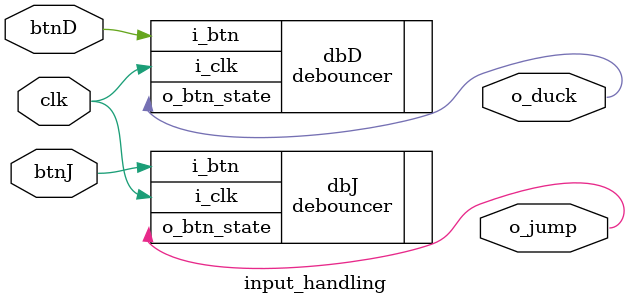
<source format=v>
`timescale 1ns / 1ps
module input_handling(clk,btnJ,btnD,o_jump,o_duck);

	input clk;
	input btnJ;
	input btnD;

	output o_jump;
	output o_duck;
	
	debouncer dbJ (
	 .i_clk(clk),
	 .i_btn(btnJ),
	 .o_btn_state(o_jump)
	);

	debouncer dbD (
	 .i_clk(clk),
	 .i_btn(btnD),
	 .o_btn_state(o_duck)
	);
	
	/*
	debouncer dbR (
	 .i_clk(clk),
	 .i_btn(btnR),
	 .o_btn_state(o_rst)
	);
	*/ 


endmodule

</source>
